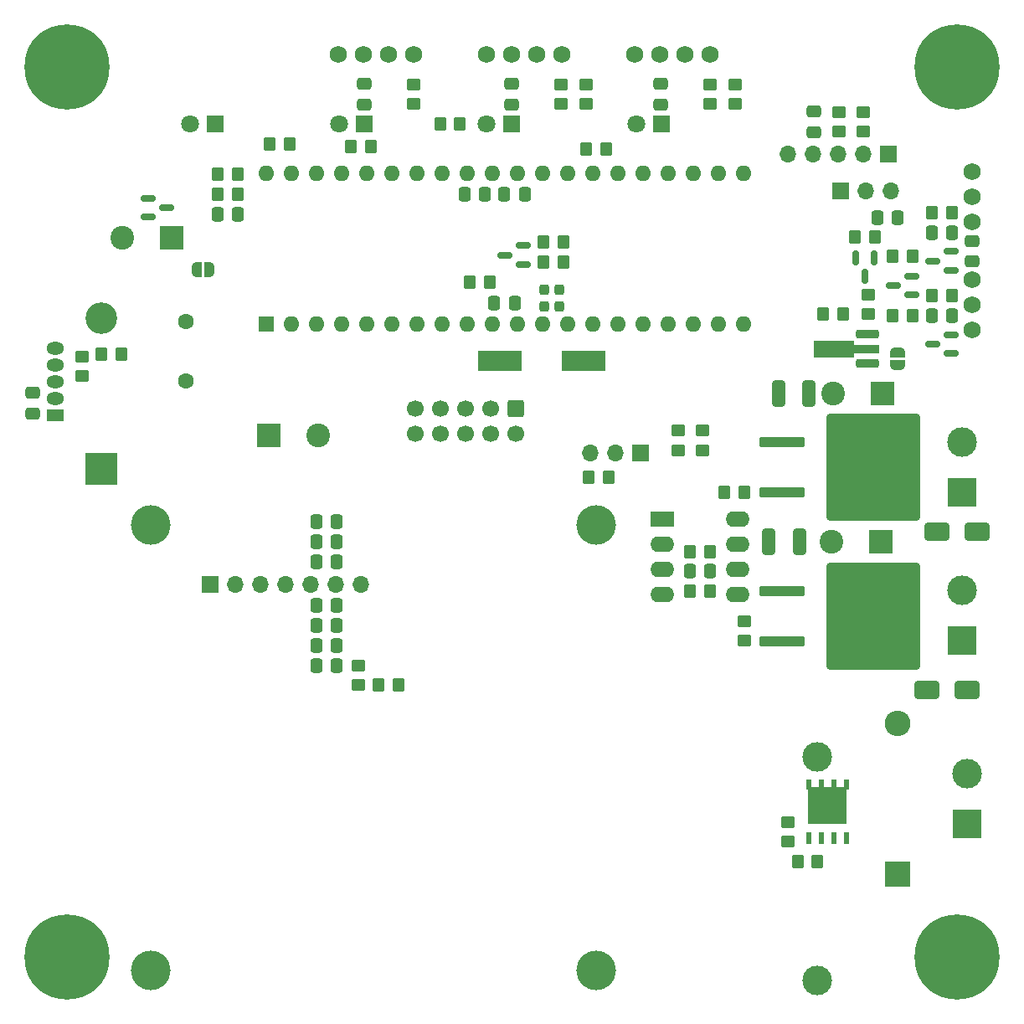
<source format=gbr>
%TF.GenerationSoftware,KiCad,Pcbnew,8.0.8-unknown-202501170223~559b1827ca~ubuntu24.04.1*%
%TF.CreationDate,2025-02-15T19:36:14+01:00*%
%TF.ProjectId,horse_feeder,686f7273-655f-4666-9565-6465722e6b69,rev?*%
%TF.SameCoordinates,Original*%
%TF.FileFunction,Soldermask,Bot*%
%TF.FilePolarity,Negative*%
%FSLAX46Y46*%
G04 Gerber Fmt 4.6, Leading zero omitted, Abs format (unit mm)*
G04 Created by KiCad (PCBNEW 8.0.8-unknown-202501170223~559b1827ca~ubuntu24.04.1) date 2025-02-15 19:36:14*
%MOMM*%
%LPD*%
G01*
G04 APERTURE LIST*
G04 Aperture macros list*
%AMRoundRect*
0 Rectangle with rounded corners*
0 $1 Rounding radius*
0 $2 $3 $4 $5 $6 $7 $8 $9 X,Y pos of 4 corners*
0 Add a 4 corners polygon primitive as box body*
4,1,4,$2,$3,$4,$5,$6,$7,$8,$9,$2,$3,0*
0 Add four circle primitives for the rounded corners*
1,1,$1+$1,$2,$3*
1,1,$1+$1,$4,$5*
1,1,$1+$1,$6,$7*
1,1,$1+$1,$8,$9*
0 Add four rect primitives between the rounded corners*
20,1,$1+$1,$2,$3,$4,$5,0*
20,1,$1+$1,$4,$5,$6,$7,0*
20,1,$1+$1,$6,$7,$8,$9,0*
20,1,$1+$1,$8,$9,$2,$3,0*%
%AMFreePoly0*
4,1,19,0.500000,-0.750000,0.000000,-0.750000,0.000000,-0.744911,-0.071157,-0.744911,-0.207708,-0.704816,-0.327430,-0.627875,-0.420627,-0.520320,-0.479746,-0.390866,-0.500000,-0.250000,-0.500000,0.250000,-0.479746,0.390866,-0.420627,0.520320,-0.327430,0.627875,-0.207708,0.704816,-0.071157,0.744911,0.000000,0.744911,0.000000,0.750000,0.500000,0.750000,0.500000,-0.750000,0.500000,-0.750000,
$1*%
%AMFreePoly1*
4,1,19,0.000000,0.744911,0.071157,0.744911,0.207708,0.704816,0.327430,0.627875,0.420627,0.520320,0.479746,0.390866,0.500000,0.250000,0.500000,-0.250000,0.479746,-0.390866,0.420627,-0.520320,0.327430,-0.627875,0.207708,-0.704816,0.071157,-0.744911,0.000000,-0.744911,0.000000,-0.750000,-0.500000,-0.750000,-0.500000,0.750000,0.000000,0.750000,0.000000,0.744911,0.000000,0.744911,
$1*%
%AMFreePoly2*
4,1,9,5.362500,-0.866500,1.237500,-0.866500,1.237500,-0.450000,-1.237500,-0.450000,-1.237500,0.450000,1.237500,0.450000,1.237500,0.866500,5.362500,0.866500,5.362500,-0.866500,5.362500,-0.866500,$1*%
G04 Aperture macros list end*
%ADD10R,2.400000X2.400000*%
%ADD11C,2.400000*%
%ADD12R,1.700000X1.700000*%
%ADD13O,1.700000X1.700000*%
%ADD14C,1.727200*%
%ADD15C,4.000000*%
%ADD16C,0.900000*%
%ADD17C,8.600000*%
%ADD18R,1.800000X1.800000*%
%ADD19C,1.800000*%
%ADD20R,3.000000X3.000000*%
%ADD21C,3.000000*%
%ADD22R,3.200000X3.200000*%
%ADD23O,3.200000X3.200000*%
%ADD24R,2.400000X1.600000*%
%ADD25O,2.400000X1.600000*%
%ADD26R,2.600000X2.600000*%
%ADD27O,2.600000X2.600000*%
%ADD28RoundRect,0.250000X-0.600000X0.600000X-0.600000X-0.600000X0.600000X-0.600000X0.600000X0.600000X0*%
%ADD29C,1.700000*%
%ADD30R,1.800000X1.275000*%
%ADD31O,1.800000X1.275000*%
%ADD32C,1.600000*%
%ADD33R,1.600000X1.600000*%
%ADD34O,1.600000X1.600000*%
%ADD35RoundRect,0.150000X0.587500X0.150000X-0.587500X0.150000X-0.587500X-0.150000X0.587500X-0.150000X0*%
%ADD36FreePoly0,90.000000*%
%ADD37FreePoly1,90.000000*%
%ADD38RoundRect,0.250000X0.350000X0.450000X-0.350000X0.450000X-0.350000X-0.450000X0.350000X-0.450000X0*%
%ADD39RoundRect,0.250000X-0.337500X-0.475000X0.337500X-0.475000X0.337500X0.475000X-0.337500X0.475000X0*%
%ADD40RoundRect,0.250000X0.450000X-0.350000X0.450000X0.350000X-0.450000X0.350000X-0.450000X-0.350000X0*%
%ADD41RoundRect,0.250000X-2.050000X-0.300000X2.050000X-0.300000X2.050000X0.300000X-2.050000X0.300000X0*%
%ADD42RoundRect,0.250002X-4.449998X-5.149998X4.449998X-5.149998X4.449998X5.149998X-4.449998X5.149998X0*%
%ADD43FreePoly0,180.000000*%
%ADD44FreePoly1,180.000000*%
%ADD45RoundRect,0.250000X-0.350000X-0.450000X0.350000X-0.450000X0.350000X0.450000X-0.350000X0.450000X0*%
%ADD46RoundRect,0.150000X-0.150000X0.587500X-0.150000X-0.587500X0.150000X-0.587500X0.150000X0.587500X0*%
%ADD47RoundRect,0.250000X0.475000X-0.337500X0.475000X0.337500X-0.475000X0.337500X-0.475000X-0.337500X0*%
%ADD48RoundRect,0.225000X0.925000X0.225000X-0.925000X0.225000X-0.925000X-0.225000X0.925000X-0.225000X0*%
%ADD49FreePoly2,180.000000*%
%ADD50RoundRect,0.150000X-0.587500X-0.150000X0.587500X-0.150000X0.587500X0.150000X-0.587500X0.150000X0*%
%ADD51RoundRect,0.250000X0.337500X0.475000X-0.337500X0.475000X-0.337500X-0.475000X0.337500X-0.475000X0*%
%ADD52RoundRect,0.250000X-0.450000X0.350000X-0.450000X-0.350000X0.450000X-0.350000X0.450000X0.350000X0*%
%ADD53R,4.500000X2.000000*%
%ADD54RoundRect,0.250000X1.000000X0.650000X-1.000000X0.650000X-1.000000X-0.650000X1.000000X-0.650000X0*%
%ADD55R,0.610000X1.270000*%
%ADD56R,3.910000X3.810000*%
%ADD57R,0.610000X1.020000*%
%ADD58RoundRect,0.237500X0.237500X-0.300000X0.237500X0.300000X-0.237500X0.300000X-0.237500X-0.300000X0*%
%ADD59RoundRect,0.250000X-0.475000X0.337500X-0.475000X-0.337500X0.475000X-0.337500X0.475000X0.337500X0*%
%ADD60RoundRect,0.250000X-0.400000X-1.075000X0.400000X-1.075000X0.400000X1.075000X-0.400000X1.075000X0*%
G04 APERTURE END LIST*
D10*
%TO.C,C2*%
X192323959Y-93000000D03*
D11*
X187323959Y-93000000D03*
%TD*%
D12*
%TO.C,J7*%
X188247500Y-57537500D03*
D13*
X190787500Y-57537500D03*
X193327500Y-57537500D03*
%TD*%
D14*
%TO.C,J9*%
X175060000Y-43749999D03*
X172520000Y-43749999D03*
X169980000Y-43749999D03*
X167440000Y-43749999D03*
%TD*%
D15*
%TO.C,M1*%
X118510000Y-136325000D03*
X163510000Y-136325000D03*
X118510000Y-91325000D03*
X163510000Y-91325000D03*
D12*
X124510000Y-97325000D03*
D13*
X127050000Y-97325000D03*
X129590000Y-97325000D03*
X132130000Y-97325000D03*
X134670000Y-97325000D03*
X137210000Y-97325000D03*
X139750000Y-97325000D03*
%TD*%
D16*
%TO.C,H4*%
X196775000Y-45000000D03*
X197719581Y-42719581D03*
X197719581Y-47280419D03*
X200000000Y-41775000D03*
D17*
X200000000Y-45000000D03*
D16*
X200000000Y-48225000D03*
X202280419Y-42719581D03*
X202280419Y-47280419D03*
X203225000Y-45000000D03*
%TD*%
D18*
%TO.C,D8*%
X170085000Y-50749999D03*
D19*
X167545000Y-50749999D03*
%TD*%
D20*
%TO.C,J3*%
X200500000Y-88000000D03*
D21*
X200500000Y-82920000D03*
%TD*%
D20*
%TO.C,J2*%
X200500000Y-103000000D03*
D21*
X200500000Y-97920000D03*
%TD*%
D18*
%TO.C,D9*%
X155005000Y-50749999D03*
D19*
X152465000Y-50749999D03*
%TD*%
D21*
%TO.C,F1*%
X185905000Y-137330000D03*
X185905000Y-114730000D03*
%TD*%
D14*
%TO.C,J6*%
X201500000Y-60640400D03*
X201500000Y-58100400D03*
X201500000Y-55560400D03*
%TD*%
D22*
%TO.C,D2*%
X113500000Y-85620000D03*
D23*
X113500000Y-70380000D03*
%TD*%
D10*
%TO.C,C3*%
X192500000Y-78000000D03*
D11*
X187500000Y-78000000D03*
%TD*%
D24*
%TO.C,U2*%
X170200000Y-90700000D03*
D25*
X170200000Y-93240000D03*
X170200000Y-95780000D03*
X170200000Y-98320000D03*
X177820000Y-98320000D03*
X177820000Y-95780000D03*
X177820000Y-93240000D03*
X177820000Y-90700000D03*
%TD*%
D26*
%TO.C,D1*%
X194000000Y-126620000D03*
D27*
X194000000Y-111380000D03*
%TD*%
D28*
%TO.C,J8*%
X155350000Y-79572500D03*
D29*
X155350000Y-82112500D03*
X152810000Y-79572500D03*
X152810000Y-82112500D03*
X150270000Y-79572500D03*
X150270000Y-82112500D03*
X147730000Y-79572500D03*
X147730000Y-82112500D03*
X145190000Y-79572500D03*
X145190000Y-82112500D03*
%TD*%
D18*
%TO.C,D10*%
X125025000Y-50750000D03*
D19*
X122485000Y-50750000D03*
%TD*%
D14*
%TO.C,J11*%
X160060000Y-43749999D03*
X157520000Y-43749999D03*
X154980000Y-43749999D03*
X152440000Y-43749999D03*
%TD*%
D30*
%TO.C,U5*%
X108840000Y-80200000D03*
D31*
X108840000Y-78500000D03*
X108840000Y-76800000D03*
X108840000Y-75100000D03*
X108840000Y-73400000D03*
%TD*%
D14*
%TO.C,J10*%
X145060000Y-43749999D03*
X142520000Y-43749999D03*
X139980000Y-43749999D03*
X137440000Y-43749999D03*
%TD*%
D32*
%TO.C,L1*%
X122000000Y-76750000D03*
X122000000Y-70750000D03*
%TD*%
D33*
%TO.C,U3*%
X130125000Y-70987500D03*
D34*
X132665000Y-70987500D03*
X135205000Y-70987500D03*
X137745000Y-70987500D03*
X140285000Y-70987500D03*
X142825000Y-70987500D03*
X145365000Y-70987500D03*
X147905000Y-70987500D03*
X150445000Y-70987500D03*
X152985000Y-70987500D03*
X155525000Y-70987500D03*
X158065000Y-70987500D03*
X160605000Y-70987500D03*
X163145000Y-70987500D03*
X165685000Y-70987500D03*
X168225000Y-70987500D03*
X170765000Y-70987500D03*
X173305000Y-70987500D03*
X175845000Y-70987500D03*
X178385000Y-70987500D03*
X178385000Y-55747500D03*
X175845000Y-55747500D03*
X173305000Y-55747500D03*
X170765000Y-55747500D03*
X168225000Y-55747500D03*
X165685000Y-55747500D03*
X163145000Y-55747500D03*
X160605000Y-55747500D03*
X158065000Y-55747500D03*
X155525000Y-55747500D03*
X152985000Y-55747500D03*
X150445000Y-55747500D03*
X147905000Y-55747500D03*
X145365000Y-55747500D03*
X142825000Y-55747500D03*
X140285000Y-55747500D03*
X137745000Y-55747500D03*
X135205000Y-55747500D03*
X132665000Y-55747500D03*
X130125000Y-55747500D03*
%TD*%
D14*
%TO.C,J4*%
X201500000Y-71540000D03*
X201500000Y-69000000D03*
X201500000Y-66460000D03*
%TD*%
D20*
%TO.C,J1*%
X201000000Y-121500000D03*
D21*
X201000000Y-116420000D03*
%TD*%
D10*
%TO.C,C28*%
X130426041Y-82250000D03*
D11*
X135426041Y-82250000D03*
%TD*%
D16*
%TO.C,H1*%
X106775000Y-45000000D03*
X107719581Y-42719581D03*
X107719581Y-47280419D03*
X110000000Y-41775000D03*
D17*
X110000000Y-45000000D03*
D16*
X110000000Y-48225000D03*
X112280419Y-42719581D03*
X112280419Y-47280419D03*
X113225000Y-45000000D03*
%TD*%
D18*
%TO.C,D7*%
X140085000Y-50749999D03*
D19*
X137545000Y-50749999D03*
%TD*%
D12*
%TO.C,U4*%
X193062500Y-53787500D03*
D13*
X190522500Y-53787500D03*
X187982500Y-53787500D03*
X185442500Y-53787500D03*
X182902500Y-53787500D03*
%TD*%
D12*
%TO.C,J5*%
X168025000Y-84000000D03*
D13*
X165485000Y-84000000D03*
X162945000Y-84000000D03*
%TD*%
D10*
%TO.C,C4*%
X120573959Y-62250000D03*
D11*
X115573959Y-62250000D03*
%TD*%
D16*
%TO.C,H3*%
X196775000Y-135000000D03*
X197719581Y-132719581D03*
X197719581Y-137280419D03*
X200000000Y-131775000D03*
D17*
X200000000Y-135000000D03*
D16*
X200000000Y-138225000D03*
X202280419Y-132719581D03*
X202280419Y-137280419D03*
X203225000Y-135000000D03*
%TD*%
%TO.C,H2*%
X106775000Y-135000000D03*
X107719581Y-132719581D03*
X107719581Y-137280419D03*
X110000000Y-131775000D03*
D17*
X110000000Y-135000000D03*
D16*
X110000000Y-138225000D03*
X112280419Y-132719581D03*
X112280419Y-137280419D03*
X113225000Y-135000000D03*
%TD*%
D35*
%TO.C,D4*%
X199437500Y-72050000D03*
X199437500Y-73950000D03*
X197562500Y-73000000D03*
%TD*%
D36*
%TO.C,JP1*%
X194000000Y-75150000D03*
D37*
X194000000Y-73850000D03*
%TD*%
D38*
%TO.C,R23*%
X152750000Y-66750000D03*
X150750000Y-66750000D03*
%TD*%
%TO.C,R37*%
X164750000Y-86500000D03*
X162750000Y-86500000D03*
%TD*%
D39*
%TO.C,C10*%
X153212500Y-68862500D03*
X155287500Y-68862500D03*
%TD*%
D40*
%TO.C,R28*%
X174250000Y-83750000D03*
X174250000Y-81750000D03*
%TD*%
D41*
%TO.C,Q2*%
X182350000Y-103040000D03*
D42*
X191500000Y-100500000D03*
D41*
X182350000Y-97960000D03*
%TD*%
D39*
%TO.C,C18*%
X197462500Y-70100400D03*
X199537500Y-70100400D03*
%TD*%
D43*
%TO.C,JP2*%
X124400000Y-65500000D03*
D44*
X123100000Y-65500000D03*
%TD*%
D45*
%TO.C,R17*%
X193500000Y-64100400D03*
X195500000Y-64100400D03*
%TD*%
D39*
%TO.C,C27*%
X135212500Y-99470000D03*
X137287500Y-99470000D03*
%TD*%
%TO.C,C15*%
X135212500Y-91000000D03*
X137287500Y-91000000D03*
%TD*%
D46*
%TO.C,Q6*%
X189750000Y-64256250D03*
X191650000Y-64256250D03*
X190700000Y-66131250D03*
%TD*%
D45*
%TO.C,R36*%
X158187500Y-64700000D03*
X160187500Y-64700000D03*
%TD*%
%TO.C,R13*%
X193500000Y-70100400D03*
X195500000Y-70100400D03*
%TD*%
D47*
%TO.C,C19*%
X201500000Y-64637900D03*
X201500000Y-62562900D03*
%TD*%
D38*
%TO.C,R24*%
X140750000Y-53000000D03*
X138750000Y-53000000D03*
%TD*%
D48*
%TO.C,Q5*%
X190950000Y-72000000D03*
D49*
X190862500Y-73500000D03*
D48*
X190950000Y-75000000D03*
%TD*%
D50*
%TO.C,D15*%
X118250000Y-60150000D03*
X118250000Y-58250000D03*
X120125000Y-59200000D03*
%TD*%
D51*
%TO.C,C12*%
X156287500Y-57862500D03*
X154212500Y-57862500D03*
%TD*%
D52*
%TO.C,R6*%
X178500000Y-101000000D03*
X178500000Y-103000000D03*
%TD*%
D35*
%TO.C,D5*%
X195437500Y-66150400D03*
X195437500Y-68050400D03*
X193562500Y-67100400D03*
%TD*%
D41*
%TO.C,Q3*%
X182350000Y-88040000D03*
D42*
X191500000Y-85500000D03*
D41*
X182350000Y-82960000D03*
%TD*%
D51*
%TO.C,C13*%
X194037500Y-60250000D03*
X191962500Y-60250000D03*
%TD*%
D40*
%TO.C,R7*%
X111500000Y-76250000D03*
X111500000Y-74250000D03*
%TD*%
D45*
%TO.C,R1*%
X183905000Y-125330000D03*
X185905000Y-125330000D03*
%TD*%
D39*
%TO.C,C20*%
X197462500Y-61750000D03*
X199537500Y-61750000D03*
%TD*%
D52*
%TO.C,R30*%
X162500000Y-46750000D03*
X162500000Y-48750000D03*
%TD*%
D35*
%TO.C,D6*%
X199437500Y-63650400D03*
X199437500Y-65550400D03*
X197562500Y-64600400D03*
%TD*%
D52*
%TO.C,R33*%
X190537500Y-49537500D03*
X190537500Y-51537500D03*
%TD*%
D53*
%TO.C,Y1*%
X162250000Y-74750000D03*
X153750000Y-74750000D03*
%TD*%
D54*
%TO.C,D3*%
X202000000Y-92000000D03*
X198000000Y-92000000D03*
%TD*%
D47*
%TO.C,C23*%
X154980000Y-48787499D03*
X154980000Y-46712499D03*
%TD*%
D51*
%TO.C,C7*%
X175037500Y-96000000D03*
X172962500Y-96000000D03*
%TD*%
D38*
%TO.C,R19*%
X199500000Y-59750000D03*
X197500000Y-59750000D03*
%TD*%
D51*
%TO.C,C6*%
X127287500Y-59862500D03*
X125212500Y-59862500D03*
%TD*%
D54*
%TO.C,D13*%
X201000000Y-108000000D03*
X197000000Y-108000000D03*
%TD*%
D52*
%TO.C,R34*%
X188037500Y-49537500D03*
X188037500Y-51537500D03*
%TD*%
D55*
%TO.C,Q1*%
X188810000Y-123000000D03*
X187540000Y-123000000D03*
X186270000Y-123000000D03*
X185000000Y-123000000D03*
D56*
X186905000Y-119640000D03*
D57*
X185000000Y-117535000D03*
X186270000Y-117535000D03*
X187540000Y-117535000D03*
X188810000Y-117535000D03*
%TD*%
D52*
%TO.C,R18*%
X191000000Y-68000000D03*
X191000000Y-70000000D03*
%TD*%
D58*
%TO.C,C17*%
X158250000Y-69225000D03*
X158250000Y-67500000D03*
%TD*%
D45*
%TO.C,R16*%
X186500000Y-70000000D03*
X188500000Y-70000000D03*
%TD*%
D52*
%TO.C,R4*%
X182905000Y-121330000D03*
X182905000Y-123330000D03*
%TD*%
%TO.C,R39*%
X139500000Y-105500000D03*
X139500000Y-107500000D03*
%TD*%
D45*
%TO.C,R25*%
X162500000Y-53250000D03*
X164500000Y-53250000D03*
%TD*%
%TO.C,R20*%
X189700000Y-62193750D03*
X191700000Y-62193750D03*
%TD*%
D38*
%TO.C,R14*%
X199500000Y-68100400D03*
X197500000Y-68100400D03*
%TD*%
D39*
%TO.C,C5*%
X135212500Y-95000000D03*
X137287500Y-95000000D03*
%TD*%
%TO.C,C14*%
X135212500Y-93010000D03*
X137287500Y-93010000D03*
%TD*%
D47*
%TO.C,C22*%
X140060000Y-48787499D03*
X140060000Y-46712499D03*
%TD*%
D59*
%TO.C,C11*%
X185537500Y-49500000D03*
X185537500Y-51575000D03*
%TD*%
D45*
%TO.C,R10*%
X176500000Y-88000000D03*
X178500000Y-88000000D03*
%TD*%
%TO.C,R5*%
X125250000Y-57862500D03*
X127250000Y-57862500D03*
%TD*%
D60*
%TO.C,R9*%
X180950000Y-93000000D03*
X184050000Y-93000000D03*
%TD*%
D39*
%TO.C,C26*%
X135212500Y-101470000D03*
X137287500Y-101470000D03*
%TD*%
D47*
%TO.C,C8*%
X106500000Y-80037500D03*
X106500000Y-77962500D03*
%TD*%
D52*
%TO.C,R32*%
X159980000Y-46749999D03*
X159980000Y-48749999D03*
%TD*%
D35*
%TO.C,D14*%
X156187500Y-63050000D03*
X156187500Y-64950000D03*
X154312500Y-64000000D03*
%TD*%
D60*
%TO.C,R12*%
X181950000Y-78000000D03*
X185050000Y-78000000D03*
%TD*%
D38*
%TO.C,R38*%
X143500000Y-107500000D03*
X141500000Y-107500000D03*
%TD*%
D39*
%TO.C,C25*%
X135212500Y-103470000D03*
X137287500Y-103470000D03*
%TD*%
D38*
%TO.C,R8*%
X175000000Y-98000000D03*
X173000000Y-98000000D03*
%TD*%
D52*
%TO.C,R21*%
X177560000Y-46749999D03*
X177560000Y-48749999D03*
%TD*%
D39*
%TO.C,C9*%
X150212500Y-57862500D03*
X152287500Y-57862500D03*
%TD*%
D47*
%TO.C,C21*%
X170060000Y-48787499D03*
X170060000Y-46712499D03*
%TD*%
D38*
%TO.C,R11*%
X175000000Y-94000000D03*
X173000000Y-94000000D03*
%TD*%
D45*
%TO.C,R35*%
X158187500Y-62700000D03*
X160187500Y-62700000D03*
%TD*%
D40*
%TO.C,R29*%
X171810000Y-83750000D03*
X171810000Y-81750000D03*
%TD*%
D38*
%TO.C,R27*%
X132500000Y-52750000D03*
X130500000Y-52750000D03*
%TD*%
D45*
%TO.C,R26*%
X147750000Y-50750000D03*
X149750000Y-50750000D03*
%TD*%
%TO.C,R3*%
X113500000Y-74000000D03*
X115500000Y-74000000D03*
%TD*%
D39*
%TO.C,C24*%
X135212500Y-105500000D03*
X137287500Y-105500000D03*
%TD*%
D38*
%TO.C,R2*%
X127250000Y-55862500D03*
X125250000Y-55862500D03*
%TD*%
D52*
%TO.C,R22*%
X175060000Y-46749999D03*
X175060000Y-48749999D03*
%TD*%
%TO.C,R31*%
X145060000Y-46749999D03*
X145060000Y-48749999D03*
%TD*%
D58*
%TO.C,C16*%
X159750000Y-69225000D03*
X159750000Y-67500000D03*
%TD*%
M02*

</source>
